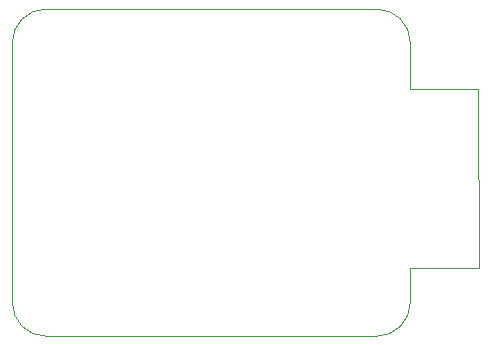
<source format=gbr>
%TF.GenerationSoftware,KiCad,Pcbnew,8.0.0*%
%TF.CreationDate,2024-03-10T12:34:59+00:00*%
%TF.ProjectId,MoveCritic_FBTM_RF,4d6f7665-4372-4697-9469-635f4642544d,rev?*%
%TF.SameCoordinates,PX7ee4219PY616af6f*%
%TF.FileFunction,Profile,NP*%
%FSLAX46Y46*%
G04 Gerber Fmt 4.6, Leading zero omitted, Abs format (unit mm)*
G04 Created by KiCad (PCBNEW 8.0.0) date 2024-03-10 12:34:59*
%MOMM*%
%LPD*%
G01*
G04 APERTURE LIST*
%TA.AperFunction,Profile*%
%ADD10C,0.100000*%
%TD*%
G04 APERTURE END LIST*
D10*
X33750002Y2819999D02*
X33750002Y5729999D01*
X2900001Y-30000D02*
X30900001Y-30002D01*
X33750002Y5729999D02*
X33822501Y5730000D01*
X33750002Y2819999D02*
G75*
G02*
X30900001Y-30004I-2850003J0D01*
G01*
X30900001Y27669999D02*
G75*
G02*
X33749999Y24820000I-2J-2850000D01*
G01*
X33750000Y24820000D02*
X33750002Y20929999D01*
X2900001Y-30000D02*
G75*
G02*
X50000Y2819999I-2J2849999D01*
G01*
X50001Y24819999D02*
X50001Y2819999D01*
X33750002Y20929999D02*
X33812502Y20930000D01*
X50001Y24819999D02*
G75*
G02*
X2900000Y27669997I2849998J0D01*
G01*
X30900001Y27669999D02*
X2900000Y27669998D01*
%TO.C,AE1*%
X39515001Y20930001D02*
X33815001Y20930001D01*
X39515001Y20930001D02*
X39525001Y5730001D01*
X39525001Y5730001D02*
X33825001Y5730001D01*
%TD*%
M02*

</source>
